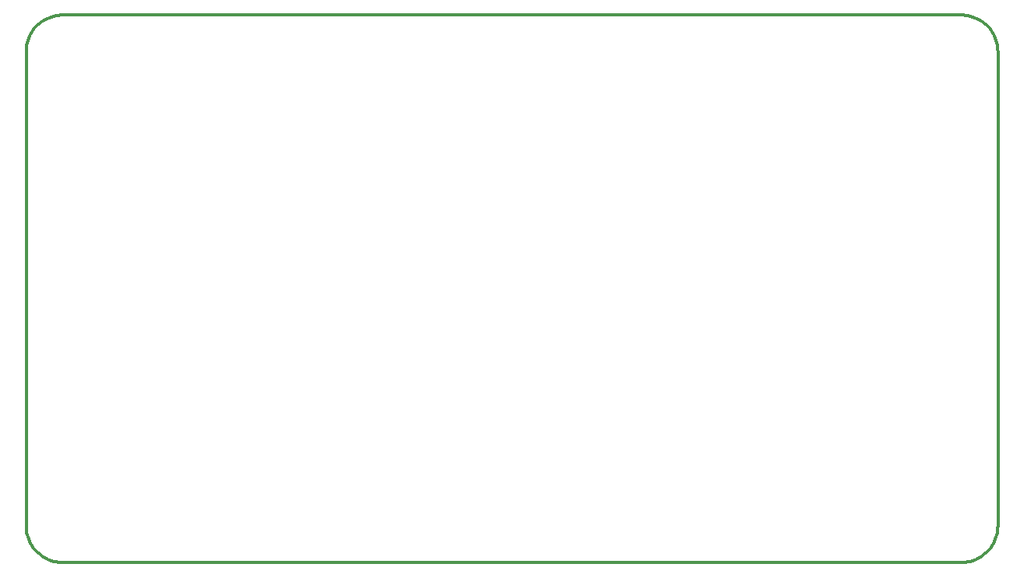
<source format=gm1>
%FSLAX42Y42*%
%MOMM*%
G71*
G01*
G75*
%ADD10C,0.38*%
%ADD11C,0.40*%
%ADD12R,1.52X1.27*%
%ADD13R,1.27X1.52*%
%ADD14R,1.27X1.02*%
%ADD15R,1.52X2.54*%
%ADD16R,2.54X1.52*%
%ADD17O,2.03X0.61*%
%ADD18R,6.73X6.73*%
%ADD19R,1.02X1.27*%
%ADD20R,3.00X1.60*%
%ADD21R,1.52X1.52*%
%ADD22C,1.00*%
%ADD23C,0.50*%
%ADD24C,1.40*%
%ADD25C,0.80*%
%ADD26C,0.70*%
%ADD27C,0.80*%
%ADD28C,1.50*%
%ADD29C,1.40*%
%ADD30C,0.30*%
%ADD31C,0.51*%
%ADD32C,0.20*%
%ADD33C,0.15*%
%ADD34C,0.18*%
%ADD35C,3.50*%
%ADD36C,2.41*%
%ADD37C,6.20*%
%ADD38C,1.32*%
%ADD39C,1.78*%
%ADD40C,1.57*%
%ADD41C,1.52*%
%ADD42R,1.78X1.78*%
%ADD43C,1.90*%
%ADD44C,6.99*%
%ADD45C,2.03*%
%ADD46R,2.03X2.03*%
%ADD47C,1.27*%
%ADD48R,2.39X3.00*%
%ADD49C,0.13*%
%ADD50C,0.25*%
%ADD51C,0.30*%
%ADD52C,0.20*%
%ADD53C,0.33*%
%ADD54C,0.10*%
%ADD55C,7.70*%
%ADD56R,4.00X15.50*%
%ADD57R,47.10X4.00*%
%ADD58R,15.30X4.00*%
%ADD59R,4.00X9.30*%
%ADD60R,1.73X1.47*%
%ADD61R,1.47X1.73*%
%ADD62R,1.47X1.22*%
%ADD63R,1.73X2.74*%
%ADD64R,2.74X1.73*%
%ADD65O,2.24X0.81*%
%ADD66R,6.93X6.93*%
%ADD67R,1.22X1.47*%
%ADD68R,3.20X1.80*%
%ADD69R,1.73X1.73*%
%ADD70C,3.70*%
%ADD71C,2.62*%
%ADD72C,6.40*%
%ADD73C,1.98*%
%ADD74C,1.73*%
%ADD75R,1.98X1.98*%
%ADD76C,2.11*%
%ADD77C,7.19*%
%ADD78C,2.24*%
%ADD79R,2.24X2.24*%
%ADD80C,0.51*%
%ADD81C,10.16*%
%ADD82C,4.00*%
%ADD83R,2.59X3.20*%
D10*
X30396Y23084D02*
X30395Y23110D01*
X30393Y23135D01*
X30389Y23159D01*
X30384Y23184D01*
X30377Y23208D01*
X30368Y23232D01*
X30358Y23255D01*
X30347Y23277D01*
X30334Y23299D01*
X30320Y23320D01*
X30304Y23339D01*
X30288Y23358D01*
X30270Y23376D01*
X30251Y23393D01*
X30231Y23408D01*
X30210Y23422D01*
X30189Y23435D01*
X30166Y23446D01*
X30143Y23456D01*
X30120Y23465D01*
X30096Y23472D01*
X30071Y23477D01*
X30046Y23481D01*
X30021Y23484D01*
X29996Y23484D01*
X29996Y17534D02*
X30021Y17535D01*
X30046Y17538D01*
X30071Y17541D01*
X30096Y17547D01*
X30120Y17554D01*
X30143Y17562D01*
X30166Y17572D01*
X30189Y17584D01*
X30210Y17597D01*
X30231Y17611D01*
X30251Y17626D01*
X30270Y17643D01*
X30288Y17661D01*
X30304Y17679D01*
X30320Y17699D01*
X30334Y17720D01*
X30347Y17742D01*
X30358Y17764D01*
X30368Y17787D01*
X30377Y17811D01*
X30384Y17835D01*
X30389Y17859D01*
X30393Y17884D01*
X30395Y17909D01*
X30396Y17934D01*
X20246Y23484D02*
X20221Y23484D01*
X20196Y23481D01*
X20171Y23477D01*
X20147Y23472D01*
X20122Y23465D01*
X20099Y23456D01*
X20076Y23446D01*
X20053Y23435D01*
X20032Y23422D01*
X20011Y23408D01*
X19991Y23393D01*
X19972Y23376D01*
X19955Y23358D01*
X19938Y23339D01*
X19922Y23320D01*
X19908Y23299D01*
X19896Y23277D01*
X19884Y23255D01*
X19874Y23232D01*
X19866Y23208D01*
X19859Y23184D01*
X19853Y23159D01*
X19849Y23135D01*
X19847Y23110D01*
X19846Y23084D01*
Y17934D02*
X19847Y17909D01*
X19849Y17884D01*
X19853Y17859D01*
X19859Y17835D01*
X19866Y17811D01*
X19874Y17787D01*
X19884Y17764D01*
X19896Y17742D01*
X19908Y17720D01*
X19922Y17699D01*
X19938Y17679D01*
X19955Y17661D01*
X19972Y17643D01*
X19991Y17626D01*
X20011Y17611D01*
X20032Y17597D01*
X20053Y17584D01*
X20076Y17572D01*
X20099Y17562D01*
X20122Y17554D01*
X20147Y17547D01*
X20171Y17541D01*
X20196Y17538D01*
X20221Y17535D01*
X20246Y17534D01*
X19846Y17934D02*
Y23084D01*
X20246Y23484D02*
X29996D01*
X30396Y17934D02*
Y23078D01*
X20246Y17534D02*
X29987D01*
M02*

</source>
